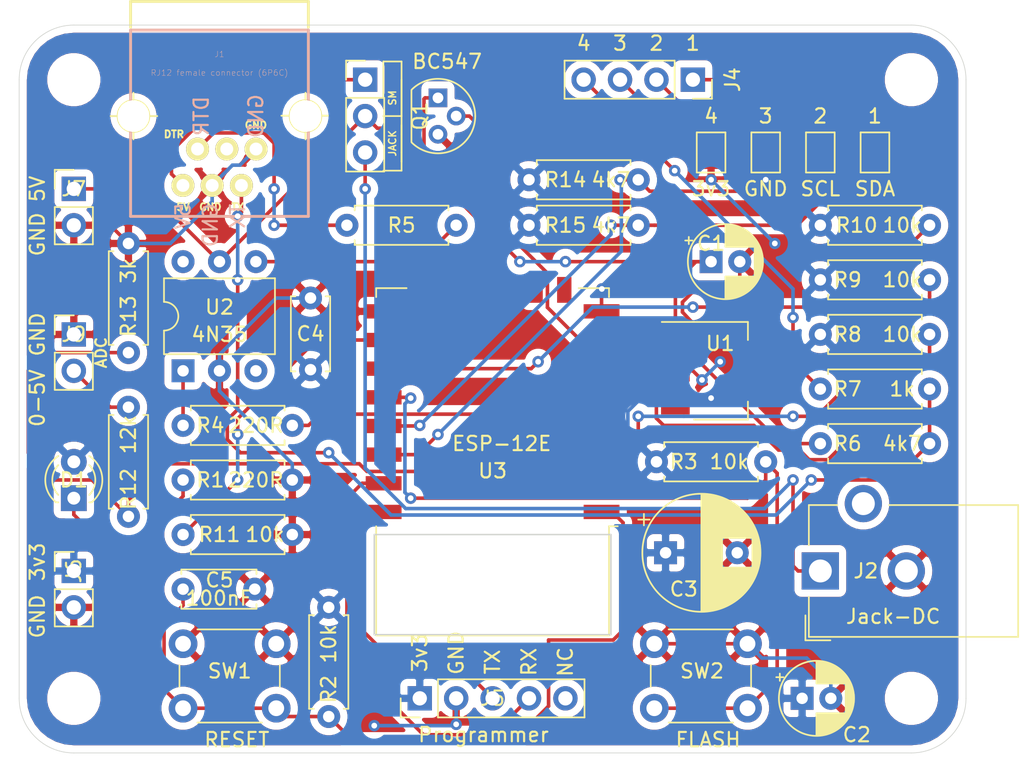
<source format=kicad_pcb>
(kicad_pcb (version 20171130) (host pcbnew "(5.1.5)-3")
  (layers (0 F.Cu signal) (31 B.Cu signal) (34 B.Paste user hide) (35 F.Paste user hide) (36 B.SilkS user) (37 F.SilkS user) (38 B.Mask user hide) (39 F.Mask user hide) (44 Edge.Cuts user hide))
  (net 0 "")
  (net 1 GND)
  (net 2 5Volt)
  (net 3 3v3)
  (net 4 RESET)
  (net 5 "Net-(D1-Pad1)")
  (net 6 5Volt_SM)
  (net 7 DTR_SM)
  (net 8 "Net-(J1-Pad4)")
  (net 9 Tx_SM)
  (net 10 "Net-(J2-Pad1)")
  (net 11 "Net-(J4-Pad1)")
  (net 12 "Net-(J4-Pad2)")
  (net 13 "Net-(J4-Pad3)")
  (net 14 "Net-(J4-Pad4)")
  (net 15 Tx_PRGM)
  (net 16 Rx_PRGM)
  (net 17 "Net-(J5-Pad5)")
  (net 18 "Net-(J9-Pad2)")
  (net 19 SCL)
  (net 20 SDA)
  (net 21 "Net-(Q1-Pad2)")
  (net 22 Rx_SM)
  (net 23 GPIO0)
  (net 24 GPIO12)
  (net 25 "Net-(R4-Pad1)")
  (net 26 "Net-(R5-Pad2)")
  (net 27 "Net-(R9-Pad2)")
  (net 28 "Net-(R10-Pad2)")
  (net 29 "Net-(R11-Pad1)")
  (net 30 ADC_1.0v)
  (net 31 "Net-(U2-Pad3)")
  (net 32 "Net-(U2-Pad6)")
  (net 33 "Net-(U3-Pad4)")
  (net 34 "Net-(U3-Pad5)")
  (net 35 "Net-(U3-Pad9)")
  (net 36 "Net-(U3-Pad10)")
  (net 37 "Net-(U3-Pad11)")
  (net 38 "Net-(U3-Pad12)")
  (net 39 "Net-(U3-Pad13)")
  (net 40 "Net-(U3-Pad14)")
  (module Capacitor_THT:CP_Radial_D8.0mm_P5.00mm (layer F.Cu) (at 155.575 109.22)
    (fp_text reference C3 (at 1.27 2.54) (layer F.SilkS))
    (fp_text value 200-1000uF)
    (pad 1 thru_hole rect (at 0 0) (size 1.6 1.6) (drill 0.8) (layers *.Cu *.Mask) (net 3 3v3))
    (pad 2 thru_hole circle (at 5 0) (size 1.6 1.6) (drill 0.8) (layers *.Cu *.Mask) (net 1 GND))
  )
  (module Button_Switch_THT:SW_PUSH_6mm_H7.3mm (layer F.Cu) (at 121.92 115.57)
    (fp_text reference SW1 (at 3.25 1.905) (layer F.SilkS))
    (fp_text value RESET (at 3.75 6.7) (layer F.SilkS))
    (pad 2 thru_hole circle (at 0 4.5 90) (size 2 2) (drill 1.1) (layers *.Cu *.Mask) (net 4 RESET))
    (pad 1 thru_hole circle (at 0 0 90) (size 2 2) (drill 1.1) (layers *.Cu *.Mask) (net 1 GND))
    (pad 2 thru_hole circle (at 6.5 4.5 90) (size 2 2) (drill 1.1) (layers *.Cu *.Mask) (net 4 RESET))
    (pad 1 thru_hole circle (at 6.5 0 90) (size 2 2) (drill 1.1) (layers *.Cu *.Mask) (net 1 GND))
  )
  (module Capacitor_THT:CP_Radial_D5.0mm_P2.00mm (layer F.Cu) (at 158.75 88.9)
    (fp_text reference C1 (at 0 -1.27) (layer F.SilkS))
    (fp_text value 1uF)
    (pad 2 thru_hole circle (at 2 0) (size 1.6 1.6) (drill 0.8) (layers *.Cu *.Mask) (net 1 GND))
    (pad 1 thru_hole rect (at 0 0) (size 1.6 1.6) (drill 0.8) (layers *.Cu *.Mask) (net 2 5Volt))
  )
  (module Capacitor_THT:CP_Radial_D5.0mm_P2.00mm (layer F.Cu) (at 165.1 119.38)
    (fp_text reference C2 (at 3.81 2.54) (layer F.SilkS))
    (fp_text value 2.2uF)
    (pad 1 thru_hole rect (at 0 0) (size 1.6 1.6) (drill 0.8) (layers *.Cu *.Mask) (net 3 3v3))
    (pad 2 thru_hole circle (at 2 0) (size 1.6 1.6) (drill 0.8) (layers *.Cu *.Mask) (net 1 GND))
  )
  (module Capacitor_THT:C_Disc_D5.0mm_W2.5mm_P5.00mm (layer F.Cu) (at 130.81 96.44 90)
    (fp_text reference C4 (at 2.5 0 180) (layer F.SilkS))
    (fp_text value 100nF)
    (pad 1 thru_hole circle (at 0 0 90) (size 1.6 1.6) (drill 0.8) (layers *.Cu *.Mask) (net 3 3v3))
    (pad 2 thru_hole circle (at 5 0 90) (size 1.6 1.6) (drill 0.8) (layers *.Cu *.Mask) (net 1 GND))
  )
  (module Capacitor_THT:C_Disc_D5.0mm_W2.5mm_P5.00mm (layer F.Cu) (at 121.92 111.76)
    (fp_text reference C5 (at 2.54 -0.635) (layer F.SilkS))
    (fp_text value 100nF (at 2.5 0.635) (layer F.SilkS))
    (pad 2 thru_hole circle (at 5 0) (size 1.6 1.6) (drill 0.8) (layers *.Cu *.Mask) (net 1 GND))
    (pad 1 thru_hole circle (at 0 0) (size 1.6 1.6) (drill 0.8) (layers *.Cu *.Mask) (net 4 RESET))
  )
  (module LED_THT:LED_D3.0mm (layer F.Cu) (at 114.3 105.41 90)
    (fp_text reference D1 (at 1.27 0 180) (layer F.SilkS))
    (fp_text value "PWR LED")
    (pad 1 thru_hole rect (at 0 0 90) (size 1.8 1.8) (drill 0.9) (layers *.Cu *.Mask) (net 5 "Net-(D1-Pad1)"))
    (pad 2 thru_hole circle (at 2.54 0 90) (size 1.8 1.8) (drill 0.9) (layers *.Cu *.Mask) (net 3 3v3))
  )
  (module Connectors-P1:RJ11-6 (layer F.Cu) (at 124.46 78.74)
    (fp_text reference J1 (at 0 -4.318) (layer B.SilkS) (effects (font (size 0.4064 0.4064) (thickness 0.0254))))
    (fp_text value "RJ12 female connector (6P6C)" (at 0 -3.0226) (layer B.SilkS) (effects (font (size 0.4064 0.4064) (thickness 0.0254))))
    (pad "" np_thru_hole circle (at 6 0) (size 2.2 2.2) (drill 2.2) (layers *.Cu *.Mask))
    (pad 1 thru_hole circle (at -2.55 4.84) (size 1.6 1.6) (drill 0.9) (layers *.Cu F.Paste F.SilkS F.Mask) (net 6 5Volt_SM))
    (pad 2 thru_hole circle (at -1.53 2.3) (size 1.6 1.6) (drill 0.9) (layers *.Cu F.Paste F.SilkS F.Mask) (net 7 DTR_SM))
    (pad 3 thru_hole circle (at -0.51 4.84) (size 1.6 1.6) (drill 0.9) (layers *.Cu F.Paste F.SilkS F.Mask) (net 1 GND))
    (pad 4 thru_hole circle (at 0.51 2.3) (size 1.6 1.6) (drill 0.9) (layers *.Cu F.Paste F.SilkS F.Mask) (net 8 "Net-(J1-Pad4)"))
    (pad 5 thru_hole circle (at 1.53 4.84) (size 1.6 1.6) (drill 0.9) (layers *.Cu F.Paste F.SilkS F.Mask) (net 9 Tx_SM))
    (pad 6 thru_hole circle (at 2.55 2.3) (size 1.6 1.6) (drill 0.9) (layers *.Cu F.Paste F.SilkS F.Mask) (net 1 GND))
    (pad "" np_thru_hole circle (at -6 0) (size 2.2 2.2) (drill 2.2) (layers *.Cu *.Mask))
  )
  (module Connector_BarrelJack:BarrelJack_CUI_PJ-102AH_Horizontal (layer F.Cu) (at 166.37 110.49 90)
    (fp_text reference J2 (at 0 3.175) (layer F.SilkS))
    (fp_text value Jack-DC (at -3.175 5.08) (layer F.SilkS))
    (pad 1 thru_hole rect (at 0 0 90) (size 2.6 2.6) (drill 1.6) (layers *.Cu *.Mask) (net 10 "Net-(J2-Pad1)"))
    (pad 2 thru_hole circle (at 0 6 90) (size 2.6 2.6) (drill 1.6) (layers *.Cu *.Mask) (net 1 GND))
    (pad 3 thru_hole circle (at 4.7 3 90) (size 2.6 2.6) (drill 1.6) (layers *.Cu *.Mask))
  )
  (module Connector_PinHeader_2.54mm:PinHeader_1x03_P2.54mm_Vertical (layer F.Cu) (at 134.62 76.2)
    (fp_text reference J3 hide)
    (fp_text value DC-or-SM-power hide)
    (pad 1 thru_hole rect (at 0 0) (size 1.7 1.7) (drill 1) (layers *.Cu *.Mask) (net 6 5Volt_SM))
    (pad 2 thru_hole oval (at 0 2.54) (size 1.7 1.7) (drill 1) (layers *.Cu *.Mask) (net 2 5Volt))
    (pad 3 thru_hole oval (at 0 5.08) (size 1.7 1.7) (drill 1) (layers *.Cu *.Mask) (net 10 "Net-(J2-Pad1)"))
  )
  (module Connector_PinHeader_2.54mm:PinHeader_1x05_P2.54mm_Vertical (layer F.Cu) (at 138.43 119.38 90)
    (fp_text reference J5 (at 0 5.08 180) (layer F.SilkS))
    (fp_text value Programmer (at -2.54 4.445 180) (layer F.SilkS))
    (pad 1 thru_hole rect (at 0 0 90) (size 1.7 1.7) (drill 1) (layers *.Cu *.Mask) (net 3 3v3))
    (pad 2 thru_hole oval (at 0 2.54 90) (size 1.7 1.7) (drill 1) (layers *.Cu *.Mask) (net 1 GND))
    (pad 3 thru_hole oval (at 0 5.08 90) (size 1.7 1.7) (drill 1) (layers *.Cu *.Mask) (net 15 Tx_PRGM))
    (pad 4 thru_hole oval (at 0 7.62 90) (size 1.7 1.7) (drill 1) (layers *.Cu *.Mask) (net 16 Rx_PRGM))
    (pad 5 thru_hole oval (at 0 10.16 90) (size 1.7 1.7) (drill 1) (layers *.Cu *.Mask) (net 17 "Net-(J5-Pad5)"))
  )
  (module Connector_PinHeader_2.54mm:PinHeader_1x02_P2.54mm_Vertical (layer F.Cu) (at 114.3 110.49)
    (fp_text reference J6 (at 0 0 90) (layer F.SilkS))
    (fp_text value "Test 3v3")
    (pad 2 thru_hole oval (at 0 2.54) (size 1.7 1.7) (drill 1) (layers *.Cu *.Mask) (net 1 GND))
    (pad 1 thru_hole rect (at 0 0) (size 1.7 1.7) (drill 1) (layers *.Cu *.Mask) (net 3 3v3))
  )
  (module Connector_PinHeader_2.54mm:PinHeader_1x02_P2.54mm_Vertical (layer F.Cu) (at 114.3 83.82)
    (fp_text reference J7 (at 0 0) (layer F.SilkS))
    (fp_text value "Test 5volt")
    (pad 1 thru_hole rect (at 0 0) (size 1.7 1.7) (drill 1) (layers *.Cu *.Mask) (net 2 5Volt))
    (pad 2 thru_hole oval (at 0 2.54) (size 1.7 1.7) (drill 1) (layers *.Cu *.Mask) (net 1 GND))
  )
  (module Connector_PinHeader_2.54mm:PinHeader_1x02_P2.54mm_Vertical (layer F.Cu) (at 114.3 93.98)
    (fp_text reference J9 (at 0 0) (layer F.SilkS))
    (fp_text value "ADC 0-5v")
    (pad 1 thru_hole rect (at 0 0) (size 1.7 1.7) (drill 1) (layers *.Cu *.Mask) (net 1 GND))
    (pad 2 thru_hole oval (at 0 2.54) (size 1.7 1.7) (drill 1) (layers *.Cu *.Mask) (net 18 "Net-(J9-Pad2)"))
  )
  (module Jumper:SolderJumper-2_P1.3mm_Bridged_Pad1.0x1.5mm (layer F.Cu) (at 158.75 81.28 90)
    (fp_text reference JP1 hide)
    (fp_text value 3v3 (at -2.54 0 180) (layer F.SilkS))
    (fp_poly (pts (xy -0.25 -0.3) (xy 0.25 -0.3) (xy 0.25 0.3) (xy -0.25 0.3)) (layer F.Cu) (width 0))
    (pad 2 smd rect (at 0.65 0 90) (size 1 1.5) (layers F.Cu F.Mask) (net 14 "Net-(J4-Pad4)"))
    (pad 1 smd rect (at -0.65 0 90) (size 1 1.5) (layers F.Cu F.Mask) (net 1 GND))
  )
  (module Jumper:SolderJumper-2_P1.3mm_Bridged_Pad1.0x1.5mm (layer F.Cu) (at 162.56 81.28 90)
    (fp_text reference JP2 hide)
    (fp_text value GND (at -2.54 0 180) (layer F.SilkS))
    (fp_poly (pts (xy -0.25 -0.3) (xy 0.25 -0.3) (xy 0.25 0.3) (xy -0.25 0.3)) (layer F.Cu) (width 0))
    (pad 1 smd rect (at -0.65 0 90) (size 1 1.5) (layers F.Cu F.Mask) (net 3 3v3))
    (pad 2 smd rect (at 0.65 0 90) (size 1 1.5) (layers F.Cu F.Mask) (net 13 "Net-(J4-Pad3)"))
  )
  (module Jumper:SolderJumper-2_P1.3mm_Bridged_Pad1.0x1.5mm (layer F.Cu) (at 166.37 81.28 90)
    (fp_text reference JP3 hide)
    (fp_text value SCL (at -2.54 0 180) (layer F.SilkS))
    (fp_poly (pts (xy -0.25 -0.3) (xy 0.25 -0.3) (xy 0.25 0.3) (xy -0.25 0.3)) (layer F.Cu) (width 0))
    (pad 2 smd rect (at 0.65 0 90) (size 1 1.5) (layers F.Cu F.Mask) (net 12 "Net-(J4-Pad2)"))
    (pad 1 smd rect (at -0.65 0 90) (size 1 1.5) (layers F.Cu F.Mask) (net 19 SCL))
  )
  (module Jumper:SolderJumper-2_P1.3mm_Bridged_Pad1.0x1.5mm (layer F.Cu) (at 170.18 81.28 90)
    (fp_text reference JP4 hide)
    (fp_text value SDA (at -2.54 0 180) (layer F.SilkS))
    (fp_poly (pts (xy -0.25 -0.3) (xy 0.25 -0.3) (xy 0.25 0.3) (xy -0.25 0.3)) (layer F.Cu) (width 0))
    (pad 1 smd rect (at -0.65 0 90) (size 1 1.5) (layers F.Cu F.Mask) (net 20 SDA))
    (pad 2 smd rect (at 0.65 0 90) (size 1 1.5) (layers F.Cu F.Mask) (net 11 "Net-(J4-Pad1)"))
  )
  (module MountingHole:MountingHole_2.7mm_M2.5_DIN965 (layer F.Cu) (at 172.72 76.2)
    (fp_text reference MH1 hide)
    (fp_text value MountingHole)
    (pad 1 np_thru_hole circle (at 0 0) (size 2.7 2.7) (drill 2.7) (layers *.Cu *.Mask))
  )
  (module MountingHole:MountingHole_2.7mm_M2.5_DIN965 (layer F.Cu) (at 114.3 119.38)
    (fp_text reference MH2 hide)
    (fp_text value MountingHole)
    (pad 1 np_thru_hole circle (at 0 0) (size 2.7 2.7) (drill 2.7) (layers *.Cu *.Mask))
  )
  (module MountingHole:MountingHole_2.7mm_M2.5_DIN965 (layer F.Cu) (at 114.3 76.2)
    (fp_text reference MH3 hide)
    (fp_text value MountingHole)
    (pad 1 np_thru_hole circle (at 0 0) (size 2.7 2.7) (drill 2.7) (layers *.Cu *.Mask))
  )
  (module MountingHole:MountingHole_2.7mm_M2.5_DIN965 (layer F.Cu) (at 172.72 119.38)
    (fp_text reference MH4 hide)
    (fp_text value MountingHole)
    (pad 1 np_thru_hole circle (at 0 0) (size 2.7 2.7) (drill 2.7) (layers *.Cu *.Mask))
  )
  (module Package_TO_SOT_THT:TO-92 (layer F.Cu) (at 139.7 77.47 270)
    (fp_text reference Q1 (at 1.27 1.27 270) (layer F.SilkS))
    (fp_text value BC547 (at -2.54 -0.635 180) (layer F.SilkS))
    (pad 2 thru_hole circle (at 1.27 -1.27) (size 1.3 1.3) (drill 0.75) (layers *.Cu *.Mask) (net 21 "Net-(Q1-Pad2)"))
    (pad 3 thru_hole circle (at 2.54 0) (size 1.3 1.3) (drill 0.75) (layers *.Cu *.Mask) (net 1 GND))
    (pad 1 thru_hole rect (at 0 0) (size 1.3 1.3) (drill 0.75) (layers *.Cu *.Mask) (net 22 Rx_SM))
  )
  (module Resistor_THT:R_Axial_DIN0207_L6.3mm_D2.5mm_P7.62mm_Horizontal (layer F.Cu) (at 121.92 104.14)
    (fp_text reference R1 (at 1.905 0) (layer F.SilkS))
    (fp_text value 220R (at 5.08 0) (layer F.SilkS))
    (pad 1 thru_hole circle (at 0 0) (size 1.6 1.6) (drill 0.8) (layers *.Cu *.Mask) (net 5 "Net-(D1-Pad1)"))
    (pad 2 thru_hole oval (at 7.62 0) (size 1.6 1.6) (drill 0.8) (layers *.Cu *.Mask) (net 1 GND))
  )
  (module Resistor_THT:R_Axial_DIN0207_L6.3mm_D2.5mm_P7.62mm_Horizontal (layer F.Cu) (at 132.08 113.03 270)
    (fp_text reference R2 (at 5.715 0 90) (layer F.SilkS))
    (fp_text value 10k (at 2.54 0 90) (layer F.SilkS))
    (pad 2 thru_hole oval (at 7.62 0 270) (size 1.6 1.6) (drill 0.8) (layers *.Cu *.Mask) (net 4 RESET))
    (pad 1 thru_hole circle (at 0 0 270) (size 1.6 1.6) (drill 0.8) (layers *.Cu *.Mask) (net 3 3v3))
  )
  (module Resistor_THT:R_Axial_DIN0207_L6.3mm_D2.5mm_P7.62mm_Horizontal (layer F.Cu) (at 154.94 102.87)
    (fp_text reference R3 (at 1.905 0) (layer F.SilkS))
    (fp_text value 10k (at 5.08 0) (layer F.SilkS))
    (pad 1 thru_hole circle (at 0 0) (size 1.6 1.6) (drill 0.8) (layers *.Cu *.Mask) (net 3 3v3))
    (pad 2 thru_hole oval (at 7.62 0) (size 1.6 1.6) (drill 0.8) (layers *.Cu *.Mask) (net 23 GPIO0))
  )
  (module Resistor_THT:R_Axial_DIN0207_L6.3mm_D2.5mm_P7.62mm_Horizontal (layer F.Cu) (at 121.92 100.33)
    (fp_text reference R4 (at 1.905 0) (layer F.SilkS))
    (fp_text value 220R (at 5.08 0) (layer F.SilkS))
    (pad 2 thru_hole oval (at 7.62 0) (size 1.6 1.6) (drill 0.8) (layers *.Cu *.Mask) (net 24 GPIO12))
    (pad 1 thru_hole circle (at 0 0) (size 1.6 1.6) (drill 0.8) (layers *.Cu *.Mask) (net 25 "Net-(R4-Pad1)"))
  )
  (module Resistor_THT:R_Axial_DIN0207_L6.3mm_D2.5mm_P7.62mm_Horizontal (layer F.Cu) (at 133.35 86.36)
    (fp_text reference R5 (at 3.81 0) (layer F.SilkS))
    (fp_text value 10R)
    (pad 2 thru_hole oval (at 7.62 0) (size 1.6 1.6) (drill 0.8) (layers *.Cu *.Mask) (net 26 "Net-(R5-Pad2)"))
    (pad 1 thru_hole circle (at 0 0) (size 1.6 1.6) (drill 0.8) (layers *.Cu *.Mask) (net 7 DTR_SM))
  )
  (module Resistor_THT:R_Axial_DIN0207_L6.3mm_D2.5mm_P7.62mm_Horizontal (layer F.Cu) (at 166.37 101.6)
    (fp_text reference R6 (at 1.905 0) (layer F.SilkS))
    (fp_text value 4k7 (at 5.715 0) (layer F.SilkS))
    (pad 1 thru_hole circle (at 0 0) (size 1.6 1.6) (drill 0.8) (layers *.Cu *.Mask) (net 2 5Volt))
    (pad 2 thru_hole oval (at 7.62 0) (size 1.6 1.6) (drill 0.8) (layers *.Cu *.Mask) (net 9 Tx_SM))
  )
  (module Resistor_THT:R_Axial_DIN0207_L6.3mm_D2.5mm_P7.62mm_Horizontal (layer F.Cu) (at 166.37 97.79)
    (fp_text reference R7 (at 1.905 0) (layer F.SilkS))
    (fp_text value 1k (at 5.715 0) (layer F.SilkS))
    (pad 1 thru_hole circle (at 0 0) (size 1.6 1.6) (drill 0.8) (layers *.Cu *.Mask) (net 21 "Net-(Q1-Pad2)"))
    (pad 2 thru_hole oval (at 7.62 0) (size 1.6 1.6) (drill 0.8) (layers *.Cu *.Mask) (net 9 Tx_SM))
  )
  (module Resistor_THT:R_Axial_DIN0207_L6.3mm_D2.5mm_P7.62mm_Horizontal (layer F.Cu) (at 166.37 93.98)
    (fp_text reference R8 (at 1.905 0) (layer F.SilkS))
    (fp_text value 10k (at 5.715 0) (layer F.SilkS))
    (pad 2 thru_hole oval (at 7.62 0) (size 1.6 1.6) (drill 0.8) (layers *.Cu *.Mask) (net 22 Rx_SM))
    (pad 1 thru_hole circle (at 0 0) (size 1.6 1.6) (drill 0.8) (layers *.Cu *.Mask) (net 3 3v3))
  )
  (module Resistor_THT:R_Axial_DIN0207_L6.3mm_D2.5mm_P7.62mm_Horizontal (layer F.Cu) (at 166.37 90.17)
    (fp_text reference R9 (at 1.905 0) (layer F.SilkS))
    (fp_text value 10k (at 5.715 0) (layer F.SilkS))
    (pad 1 thru_hole circle (at 0 0) (size 1.6 1.6) (drill 0.8) (layers *.Cu *.Mask) (net 3 3v3))
    (pad 2 thru_hole oval (at 7.62 0) (size 1.6 1.6) (drill 0.8) (layers *.Cu *.Mask) (net 27 "Net-(R9-Pad2)"))
  )
  (module Resistor_THT:R_Axial_DIN0207_L6.3mm_D2.5mm_P7.62mm_Horizontal (layer F.Cu) (at 166.37 86.36)
    (fp_text reference R10 (at 2.54 0) (layer F.SilkS))
    (fp_text value 10k (at 5.715 0) (layer F.SilkS))
    (pad 2 thru_hole oval (at 7.62 0) (size 1.6 1.6) (drill 0.8) (layers *.Cu *.Mask) (net 28 "Net-(R10-Pad2)"))
    (pad 1 thru_hole circle (at 0 0) (size 1.6 1.6) (drill 0.8) (layers *.Cu *.Mask) (net 3 3v3))
  )
  (module Resistor_THT:R_Axial_DIN0207_L6.3mm_D2.5mm_P7.62mm_Horizontal (layer F.Cu) (at 121.92 107.95)
    (fp_text reference R11 (at 2.54 0) (layer F.SilkS))
    (fp_text value 10k (at 5.715 0) (layer F.SilkS))
    (pad 1 thru_hole circle (at 0 0) (size 1.6 1.6) (drill 0.8) (layers *.Cu *.Mask) (net 29 "Net-(R11-Pad1)"))
    (pad 2 thru_hole oval (at 7.62 0) (size 1.6 1.6) (drill 0.8) (layers *.Cu *.Mask) (net 1 GND))
  )
  (module Resistor_THT:R_Axial_DIN0207_L6.3mm_D2.5mm_P7.62mm_Horizontal (layer F.Cu) (at 118.11 99.06 270)
    (fp_text reference R12 (at 5.715 0 90) (layer F.SilkS))
    (fp_text value 12k (at 1.905 0 90) (layer F.SilkS))
    (pad 1 thru_hole circle (at 0 0 270) (size 1.6 1.6) (drill 0.8) (layers *.Cu *.Mask) (net 18 "Net-(J9-Pad2)"))
    (pad 2 thru_hole oval (at 7.62 0 270) (size 1.6 1.6) (drill 0.8) (layers *.Cu *.Mask) (net 30 ADC_1.0v))
  )
  (module Resistor_THT:R_Axial_DIN0207_L6.3mm_D2.5mm_P7.62mm_Horizontal (layer F.Cu) (at 118.11 95.25 90)
    (fp_text reference R13 (at 2.54 0 90) (layer F.SilkS))
    (fp_text value 3k (at 5.715 0 90) (layer F.SilkS))
    (pad 2 thru_hole oval (at 7.62 0 90) (size 1.6 1.6) (drill 0.8) (layers *.Cu *.Mask) (net 1 GND))
    (pad 1 thru_hole circle (at 0 0 90) (size 1.6 1.6) (drill 0.8) (layers *.Cu *.Mask) (net 30 ADC_1.0v))
  )
  (module Resistor_THT:R_Axial_DIN0207_L6.3mm_D2.5mm_P7.62mm_Horizontal (layer F.Cu) (at 146.05 83.185)
    (fp_text reference R14 (at 2.54 0) (layer F.SilkS))
    (fp_text value 4k7 (at 5.715 0) (layer F.SilkS))
    (pad 2 thru_hole oval (at 7.62 0) (size 1.6 1.6) (drill 0.8) (layers *.Cu *.Mask) (net 19 SCL))
    (pad 1 thru_hole circle (at 0 0) (size 1.6 1.6) (drill 0.8) (layers *.Cu *.Mask) (net 3 3v3))
  )
  (module Resistor_THT:R_Axial_DIN0207_L6.3mm_D2.5mm_P7.62mm_Horizontal (layer F.Cu) (at 146.05 86.36)
    (fp_text reference R15 (at 2.54 0) (layer F.SilkS))
    (fp_text value 4k7 (at 5.715 0) (layer F.SilkS))
    (pad 1 thru_hole circle (at 0 0) (size 1.6 1.6) (drill 0.8) (layers *.Cu *.Mask) (net 3 3v3))
    (pad 2 thru_hole oval (at 7.62 0) (size 1.6 1.6) (drill 0.8) (layers *.Cu *.Mask) (net 20 SDA))
  )
  (module Button_Switch_THT:SW_PUSH_6mm_H13mm (layer F.Cu) (at 154.79 115.57)
    (fp_text reference SW2 (at 3.325 1.905) (layer F.SilkS))
    (fp_text value FLASH (at 3.75 6.7) (layer F.SilkS))
    (pad 2 thru_hole circle (at 0 4.5 90) (size 2 2) (drill 1.1) (layers *.Cu *.Mask) (net 23 GPIO0))
    (pad 1 thru_hole circle (at 0 0 90) (size 2 2) (drill 1.1) (layers *.Cu *.Mask) (net 1 GND))
    (pad 2 thru_hole circle (at 6.5 4.5 90) (size 2 2) (drill 1.1) (layers *.Cu *.Mask) (net 23 GPIO0))
    (pad 1 thru_hole circle (at 6.5 0 90) (size 2 2) (drill 1.1) (layers *.Cu *.Mask) (net 1 GND))
  )
  (module Package_TO_SOT_SMD:SOT-223-3_TabPin2 (layer F.Cu) (at 159.41 96.52)
    (fp_text reference U1 (at -0.025 -1.905) (layer F.SilkS))
    (fp_text value LM2937xMP)
    (pad 2 smd rect (at 3.15 0) (size 2 3.8) (layers F.Cu F.Paste F.Mask) (net 1 GND))
    (pad 2 smd rect (at -3.15 0) (size 2 1.5) (layers F.Cu F.Paste F.Mask) (net 1 GND))
    (pad 3 smd rect (at -3.15 2.3) (size 2 1.5) (layers F.Cu F.Paste F.Mask) (net 3 3v3))
    (pad 1 smd rect (at -3.15 -2.3) (size 2 1.5) (layers F.Cu F.Paste F.Mask) (net 2 5Volt))
  )
  (module Package_DIP:DIP-6_W7.62mm (layer F.Cu) (at 121.92 96.52 90)
    (fp_text reference U2 (at 4.445 2.54 180) (layer F.SilkS))
    (fp_text value 4N35 (at 2.54 2.54 180) (layer F.SilkS))
    (pad 1 thru_hole rect (at 0 0 90) (size 1.6 1.6) (drill 0.8) (layers *.Cu *.Mask) (net 25 "Net-(R4-Pad1)"))
    (pad 4 thru_hole oval (at 7.62 5.08 90) (size 1.6 1.6) (drill 0.8) (layers *.Cu *.Mask) (net 26 "Net-(R5-Pad2)"))
    (pad 2 thru_hole oval (at 0 2.54 90) (size 1.6 1.6) (drill 0.8) (layers *.Cu *.Mask) (net 1 GND))
    (pad 5 thru_hole oval (at 7.62 2.54 90) (size 1.6 1.6) (drill 0.8) (layers *.Cu *.Mask) (net 2 5Volt))
    (pad 3 thru_hole oval (at 0 5.08 90) (size 1.6 1.6) (drill 0.8) (layers *.Cu *.Mask) (net 31 "Net-(U2-Pad3)"))
    (pad 6 thru_hole oval (at 7.62 0 90) (size 1.6 1.6) (drill 0.8) (layers *.Cu *.Mask) (net 32 "Net-(U2-Pad6)"))
  )
  (module RF_Module:ESP-12E (layer F.Cu) (at 143.51 102.87 180)
    (fp_text reference U3 (at 0 -0.635) (layer F.SilkS))
    (fp_text value ESP-12E (at -0.635 1.27) (layer F.SilkS))
    (pad 1 smd rect (at -7.6 -3.5 180) (size 2.5 1) (layers F.Cu F.Paste F.Mask) (net 4 RESET))
    (pad 2 smd rect (at -7.6 -1.5 180) (size 2.5 1) (layers F.Cu F.Paste F.Mask) (net 30 ADC_1.0v))
    (pad 3 smd rect (at -7.6 0.5 180) (size 2.5 1) (layers F.Cu F.Paste F.Mask) (net 27 "Net-(R9-Pad2)"))
    (pad 4 smd rect (at -7.6 2.5 180) (size 2.5 1) (layers F.Cu F.Paste F.Mask) (net 33 "Net-(U3-Pad4)"))
    (pad 5 smd rect (at -7.6 4.5 180) (size 2.5 1) (layers F.Cu F.Paste F.Mask) (net 34 "Net-(U3-Pad5)"))
    (pad 6 smd rect (at -7.6 6.5 180) (size 2.5 1) (layers F.Cu F.Paste F.Mask) (net 24 GPIO12))
    (pad 7 smd rect (at -7.6 8.5 180) (size 2.5 1) (layers F.Cu F.Paste F.Mask) (net 22 Rx_SM))
    (pad 8 smd rect (at -7.6 10.5 180) (size 2.5 1) (layers F.Cu F.Paste F.Mask) (net 3 3v3))
    (pad 9 smd rect (at -5 12 180) (size 1 1.8) (layers F.Cu F.Paste F.Mask) (net 35 "Net-(U3-Pad9)"))
    (pad 10 smd rect (at -3 12 180) (size 1 1.8) (layers F.Cu F.Paste F.Mask) (net 36 "Net-(U3-Pad10)"))
    (pad 11 smd rect (at -1 12 180) (size 1 1.8) (layers F.Cu F.Paste F.Mask) (net 37 "Net-(U3-Pad11)"))
    (pad 12 smd rect (at 1 12 180) (size 1 1.8) (layers F.Cu F.Paste F.Mask) (net 38 "Net-(U3-Pad12)"))
    (pad 13 smd rect (at 3 12 180) (size 1 1.8) (layers F.Cu F.Paste F.Mask) (net 39 "Net-(U3-Pad13)"))
    (pad 14 smd rect (at 5 12 180) (size 1 1.8) (layers F.Cu F.Paste F.Mask) (net 40 "Net-(U3-Pad14)"))
    (pad 15 smd rect (at 7.6 10.5 180) (size 2.5 1) (layers F.Cu F.Paste F.Mask) (net 1 GND))
    (pad 16 smd rect (at 7.6 8.5 180) (size 2.5 1) (layers F.Cu F.Paste F.Mask) (net 29 "Net-(R11-Pad1)"))
    (pad 17 smd rect (at 7.6 6.5 180) (size 2.5 1) (layers F.Cu F.Paste F.Mask) (net 28 "Net-(R10-Pad2)"))
    (pad 18 smd rect (at 7.6 4.5 180) (size 2.5 1) (layers F.Cu F.Paste F.Mask) (net 23 GPIO0))
    (pad 19 smd rect (at 7.6 2.5 180) (size 2.5 1) (layers F.Cu F.Paste F.Mask) (net 20 SDA))
    (pad 20 smd rect (at 7.6 0.5 180) (size 2.5 1) (layers F.Cu F.Paste F.Mask) (net 19 SCL))
    (pad 21 smd rect (at 7.6 -1.5 180) (size 2.5 1) (layers F.Cu F.Paste F.Mask) (net 16 Rx_PRGM))
    (pad 22 smd rect (at 7.6 -3.5 180) (size 2.5 1) (layers F.Cu F.Paste F.Mask) (net 15 Tx_PRGM))
  )
  (module Connector_PinSocket_2.54mm:PinSocket_1x04_P2.54mm_Vertical (layer F.Cu) (at 157.48 76.2 270)
    (fp_text reference J4 (at 0 -2.77 90) (layer F.SilkS))
    (fp_text value "I2C conn")
    (pad 1 thru_hole rect (at 0 0 270) (size 1.7 1.7) (drill 1) (layers *.Cu *.Mask) (net 11 "Net-(J4-Pad1)"))
    (pad 2 thru_hole oval (at 0 2.54 270) (size 1.7 1.7) (drill 1) (layers *.Cu *.Mask) (net 12 "Net-(J4-Pad2)"))
    (pad 3 thru_hole oval (at 0 5.08 270) (size 1.7 1.7) (drill 1) (layers *.Cu *.Mask) (net 13 "Net-(J4-Pad3)"))
    (pad 4 thru_hole oval (at 0 7.62 270) (size 1.7 1.7) (drill 1) (layers *.Cu *.Mask) (net 14 "Net-(J4-Pad4)"))
  )
  (gr_text ADC (at 116.205 95.25 90) (layer F.SilkS) (effects (font (size 0.75 0.75))))
  (gr_text GND (at 127 79.375) (layer F.SilkS) (effects (font (size 0.5 0.5) (thickness 0.125))))
  (gr_text GND (at 127 78.74 90) (layer B.SilkS) (effects (font (size 1 1)) (justify mirror)))
  (gr_text TX (at 125.73 85.725 90) (layer B.SilkS) (effects (font (size 1 1)) (justify mirror)))
  (gr_text GND (at 123.825 86.36 90) (layer B.SilkS) (effects (font (size 1 1)) (justify mirror)))
  (gr_text 5V (at 121.92 85.725 90) (layer B.SilkS) (effects (font (size 1 1)) (justify mirror)))
  (gr_text DTR (at 123.19 78.74 90) (layer B.SilkS) (effects (font (size 1 1)) (justify mirror)))
  (gr_text DTR (at 121.285 80.01) (layer F.SilkS) (effects (font (size 0.5 0.5) (thickness 0.125))))
  (gr_text GND (at 123.825 85.09) (layer F.SilkS) (effects (font (size 0.5 0.5) (thickness 0.125))))
  (gr_text TX (at 125.73 85.09) (layer F.SilkS) (effects (font (size 0.5 0.5) (thickness 0.125))))
  (gr_text 5V (at 121.92 85.09) (layer F.SilkS) (effects (font (size 0.5 0.5) (thickness 0.125))))
  (gr_line (start 135.89 74.93) (end 135.89 77.47) (layer F.SilkS) (width 0.12))
  (gr_line (start 137.16 82.55) (end 135.89 82.55) (layer F.SilkS) (width 0.12))
  (gr_line (start 137.16 81.915) (end 137.16 82.55) (layer F.SilkS) (width 0.12))
  (gr_line (start 137.16 80.01) (end 137.16 81.915) (layer F.SilkS) (width 0.12))
  (gr_line (start 137.16 78.74) (end 137.16 80.01) (layer F.SilkS) (width 0.12))
  (gr_line (start 137.16 78.74) (end 135.89 78.74) (layer F.SilkS) (width 0.12))
  (gr_line (start 137.16 74.93) (end 137.16 78.74) (layer F.SilkS) (width 0.12))
  (gr_line (start 135.89 74.93) (end 137.16 74.93) (layer F.SilkS) (width 0.12))
  (gr_line (start 137.16 81.28) (end 137.16 81.915) (layer F.SilkS) (width 0.12))
  (gr_line (start 137.16 79.375) (end 137.16 81.28) (layer F.SilkS) (width 0.12))
  (gr_line (start 137.16 78.74) (end 137.16 76.2) (layer F.SilkS) (width 0.12))
  (gr_text SM (at 136.525 77.47 90) (layer F.SilkS) (effects (font (size 0.5 0.5) (thickness 0.1))))
  (gr_text JACK (at 136.525 80.645 90) (layer F.SilkS) (effects (font (size 0.5 0.5) (thickness 0.1))))
  (gr_text NC (at 148.59 116.84 90) (layer F.SilkS) (effects (font (size 1 1))))
  (gr_text RX (at 146.05 116.84 90) (layer F.SilkS) (effects (font (size 1 1))))
  (gr_text TX (at 143.51 116.84 90) (layer F.SilkS) (effects (font (size 1 1))))
  (gr_text GND (at 140.97 116.205 90) (layer F.SilkS) (effects (font (size 1 1))))
  (gr_text 3v3 (at 138.43 116.205 90) (layer F.SilkS) (effects (font (size 1 1))))
  (gr_text GND (at 111.76 86.995 90) (layer F.SilkS) (effects (font (size 1 1))))
  (gr_text 5V (at 111.76 83.82 90) (layer F.SilkS) (effects (font (size 1 1))))
  (gr_text 0-5V (at 111.76 98.425 90) (layer F.SilkS) (effects (font (size 1 1))))
  (gr_text GND (at 111.76 93.98 90) (layer F.SilkS) (effects (font (size 1 1))))
  (gr_text GND (at 111.76 113.665 90) (layer F.SilkS) (effects (font (size 1 1))))
  (gr_text 3v3 (at 111.76 109.855 90) (layer F.SilkS) (effects (font (size 1 1))))
  (gr_text 4 (at 149.86 73.66) (layer F.SilkS) (effects (font (size 1 1))))
  (gr_text 3 (at 152.4 73.66) (layer F.SilkS) (effects (font (size 1 1))))
  (gr_text 2 (at 154.94 73.66) (layer F.SilkS) (effects (font (size 1 1))))
  (gr_text 1 (at 157.48 73.66) (layer F.SilkS) (effects (font (size 1 1))))
  (gr_text 1 (at 170.18 78.74) (layer F.SilkS) (effects (font (size 1 1))))
  (gr_text 2 (at 166.37 78.74) (layer F.SilkS) (effects (font (size 1 1))))
  (gr_text 3 (at 162.56 78.74) (layer F.SilkS) (effects (font (size 1 1))))
  (gr_text 4 (at 158.75 78.74) (layer F.SilkS) (effects (font (size 1 1))))
  (gr_line (start 151.765 107.95) (end 151.765 114.935) (layer Edge.Cuts) (width 0.1))
  (gr_line (start 135.255 107.95) (end 151.765 107.95) (layer Edge.Cuts) (width 0.1))
  (gr_line (start 135.255 114.935) (end 135.255 107.95) (layer Edge.Cuts) (width 0.1))
  (gr_line (start 151.765 114.935) (end 135.255 114.935) (layer Edge.Cuts) (width 0.1))
  (gr_line (start 172.72 123.19) (end 114.3 123.19) (layer Edge.Cuts) (width 0.05))
  (gr_line (start 176.53 76.2) (end 176.53 119.38) (layer Edge.Cuts) (width 0.05))
  (gr_line (start 114.3 72.39) (end 172.72 72.39) (layer Edge.Cuts) (width 0.05))
  (gr_line (start 110.49 119.38) (end 110.49 76.2) (layer Edge.Cuts) (width 0.05))
  (gr_arc (start 172.72 76.2) (end 176.53 76.2) (angle -90) (layer Edge.Cuts) (width 0.05))
  (gr_arc (start 114.3 76.2) (end 114.3 72.39) (angle -90) (layer Edge.Cuts) (width 0.05))
  (gr_arc (start 114.3 119.38) (end 110.49 119.38) (angle -90) (layer Edge.Cuts) (width 0.05))
  (gr_arc (start 172.72 119.38) (end 172.72 123.19) (angle -90) (layer Edge.Cuts) (width 0.05))
  (segment (start 116.84 86.36) (end 118.11 87.63) (width 0.25) (layer F.Cu) (net 1))
  (segment (start 114.3 86.36) (end 116.84 86.36) (width 0.25) (layer F.Cu) (net 1))
  (segment (start 158.75 81.93) (end 158.75 83.185) (width 0.25) (layer F.Cu) (net 1))
  (segment (start 129.419999 116.569999) (end 130.539999 116.569999) (width 0.25) (layer F.Cu) (net 1))
  (segment (start 128.42 115.57) (end 129.419999 116.569999) (width 0.25) (layer F.Cu) (net 1))
  (via (at 135.255 121.285) (size 0.8) (drill 0.4) (layers F.Cu B.Cu) (net 1))
  (segment (start 130.539999 116.569999) (end 135.255 121.285) (width 0.25) (layer F.Cu) (net 1))
  (segment (start 135.255 121.285) (end 140.97 121.285) (width 0.25) (layer B.Cu) (net 1))
  (via (at 140.97 121.195) (size 0.8) (drill 0.4) (layers F.Cu B.Cu) (net 1))
  (segment (start 140.97 121.285) (end 140.97 121.195) (width 0.25) (layer B.Cu) (net 1))
  (segment (start 140.97 121.195) (end 140.97 119.38) (width 0.25) (layer B.Cu) (net 1))
  (segment (start 124.46 97.92863) (end 124.46 97.65137) (width 0.25) (layer B.Cu) (net 1))
  (segment (start 124.46 97.65137) (end 124.46 96.52) (width 0.25) (layer B.Cu) (net 1))
  (segment (start 129.54 103.00863) (end 124.46 97.92863) (width 0.25) (layer B.Cu) (net 1))
  (segment (start 129.54 104.14) (end 129.54 103.00863) (width 0.25) (layer B.Cu) (net 1))
  (segment (start 129.67863 91.44) (end 130.81 91.44) (width 0.25) (layer B.Cu) (net 1))
  (segment (start 124.46 95.38863) (end 128.40863 91.44) (width 0.25) (layer B.Cu) (net 1))
  (segment (start 128.40863 91.44) (end 129.67863 91.44) (width 0.25) (layer B.Cu) (net 1))
  (segment (start 124.46 96.52) (end 124.46 95.38863) (width 0.25) (layer B.Cu) (net 1))
  (segment (start 160.851998 96.52) (end 161.31 96.52) (width 0.25) (layer F.Cu) (net 1))
  (segment (start 161.31 96.52) (end 162.56 96.52) (width 0.25) (layer F.Cu) (net 1))
  (segment (start 156.754999 91.726999) (end 156.754999 92.423001) (width 0.25) (layer F.Cu) (net 1))
  (segment (start 159.88137 90.9) (end 157.581998 90.9) (width 0.25) (layer F.Cu) (net 1))
  (segment (start 160.75 90.03137) (end 159.88137 90.9) (width 0.25) (layer F.Cu) (net 1))
  (segment (start 157.581998 90.9) (end 156.754999 91.726999) (width 0.25) (layer F.Cu) (net 1))
  (segment (start 160.75 88.9) (end 160.75 90.03137) (width 0.25) (layer F.Cu) (net 1))
  (segment (start 156.26 96.52) (end 157.48 96.52) (width 0.25) (layer F.Cu) (net 1))
  (via (at 158.115 97.155) (size 0.8) (drill 0.4) (layers F.Cu B.Cu) (net 1))
  (segment (start 157.48 96.52) (end 158.115 97.155) (width 0.25) (layer F.Cu) (net 1))
  (via (at 159.385 95.885) (size 0.8) (drill 0.4) (layers F.Cu B.Cu) (net 1))
  (segment (start 158.115 97.155) (end 159.385 95.885) (width 0.25) (layer B.Cu) (net 1))
  (segment (start 159.385 95.885) (end 159.385 95.25) (width 0.25) (layer F.Cu) (net 1))
  (segment (start 156.754999 92.423001) (end 159.385 95.25) (width 0.25) (layer F.Cu) (net 1))
  (segment (start 159.385 95.25) (end 160.851998 96.52) (width 0.25) (layer F.Cu) (net 1))
  (segment (start 123.95 84.71137) (end 121.03137 87.63) (width 0.25) (layer B.Cu) (net 1))
  (segment (start 119.24137 87.63) (end 118.11 87.63) (width 0.25) (layer B.Cu) (net 1))
  (segment (start 121.03137 87.63) (end 119.24137 87.63) (width 0.25) (layer B.Cu) (net 1))
  (segment (start 123.95 83.58) (end 123.95 84.71137) (width 0.25) (layer B.Cu) (net 1))
  (segment (start 124.749999 82.780001) (end 123.95 83.58) (width 0.25) (layer B.Cu) (net 1))
  (segment (start 125.364999 82.165001) (end 124.749999 82.780001) (width 0.25) (layer B.Cu) (net 1))
  (segment (start 125.884999 82.165001) (end 125.364999 82.165001) (width 0.25) (layer B.Cu) (net 1))
  (segment (start 127.01 81.04) (end 125.884999 82.165001) (width 0.25) (layer B.Cu) (net 1))
  (via (at 158.75 83.185) (size 0.8) (drill 0.4) (layers F.Cu B.Cu) (net 1))
  (segment (start 158.75 83.185) (end 163.195 87.63) (width 0.25) (layer B.Cu) (net 1))
  (via (at 163.195 87.63) (size 0.8) (drill 0.4) (layers F.Cu B.Cu) (net 1))
  (segment (start 162.02 87.63) (end 160.75 88.9) (width 0.25) (layer F.Cu) (net 1))
  (segment (start 163.195 87.63) (end 162.02 87.63) (width 0.25) (layer F.Cu) (net 1))
  (segment (start 160.575 115.49) (end 161.29 116.205) (width 0.25) (layer F.Cu) (net 1))
  (segment (start 167.1 118.24863) (end 167.1 119.38) (width 0.25) (layer B.Cu) (net 1))
  (segment (start 162.289999 116.569999) (end 165.421369 116.569999) (width 0.25) (layer B.Cu) (net 1))
  (segment (start 165.421369 116.569999) (end 167.1 118.24863) (width 0.25) (layer B.Cu) (net 1))
  (segment (start 161.29 115.57) (end 162.289999 116.569999) (width 0.25) (layer B.Cu) (net 1))
  (segment (start 161.29 115.57) (end 154.79 115.57) (width 0.25) (layer F.Cu) (net 1))
  (segment (start 119.38 83.82) (end 114.3 83.82) (width 0.25) (layer F.Cu) (net 2))
  (segment (start 124.46 88.9) (end 119.38 83.82) (width 0.25) (layer F.Cu) (net 2))
  (segment (start 156.26 90.34) (end 157.7 88.9) (width 0.25) (layer F.Cu) (net 2))
  (segment (start 157.7 88.9) (end 158.75 88.9) (width 0.25) (layer F.Cu) (net 2))
  (segment (start 156.26 94.22) (end 156.26 90.34) (width 0.25) (layer F.Cu) (net 2))
  (segment (start 156.51 94.22) (end 156.26 94.22) (width 0.25) (layer F.Cu) (net 2))
  (segment (start 157.51 95.22) (end 156.51 94.22) (width 0.25) (layer F.Cu) (net 2))
  (segment (start 157.51 95.47) (end 157.51 95.22) (width 0.25) (layer F.Cu) (net 2))
  (segment (start 163.64 101.6) (end 157.51 95.47) (width 0.25) (layer F.Cu) (net 2))
  (segment (start 166.37 101.6) (end 163.64 101.6) (width 0.25) (layer F.Cu) (net 2))
  (via (at 145.415 88.9) (size 0.8) (drill 0.4) (layers F.Cu B.Cu) (net 2))
  (segment (start 136.104999 79.589999) (end 145.415 88.9) (width 0.25) (layer F.Cu) (net 2))
  (segment (start 134.62 78.74) (end 135.469999 79.589999) (width 0.25) (layer F.Cu) (net 2))
  (segment (start 135.469999 79.589999) (end 136.104999 79.589999) (width 0.25) (layer F.Cu) (net 2))
  (via (at 148.59 88.9) (size 0.8) (drill 0.4) (layers F.Cu B.Cu) (net 2))
  (segment (start 145.415 88.9) (end 148.59 88.9) (width 0.25) (layer B.Cu) (net 2))
  (segment (start 148.59 88.9) (end 158.75 88.9) (width 0.25) (layer F.Cu) (net 2))
  (segment (start 124.46 88.9) (end 134.62 78.74) (width 0.25) (layer F.Cu) (net 2))
  (segment (start 156.26 98.82) (end 158.355 98.82) (width 0.25) (layer F.Cu) (net 3))
  (via (at 158.75 98.425) (size 0.8) (drill 0.4) (layers F.Cu B.Cu) (net 3))
  (segment (start 158.355 98.82) (end 158.75 98.425) (width 0.25) (layer F.Cu) (net 3))
  (via (at 162.56 83.185) (size 0.8) (drill 0.4) (layers F.Cu B.Cu) (net 3))
  (segment (start 162.56 81.93) (end 162.56 83.185) (width 0.25) (layer F.Cu) (net 3))
  (via (at 151.13 90.805) (size 0.8) (drill 0.4) (layers F.Cu B.Cu) (net 3))
  (segment (start 151.11 92.37) (end 151.11 90.825) (width 0.25) (layer F.Cu) (net 3))
  (segment (start 151.11 90.825) (end 151.13 90.805) (width 0.25) (layer F.Cu) (net 3))
  (segment (start 158.184315 98.425) (end 158.75 98.425) (width 0.25) (layer B.Cu) (net 3))
  (segment (start 152.944999 99.346999) (end 153.866998 98.425) (width 0.25) (layer B.Cu) (net 3))
  (segment (start 153.866998 98.425) (end 158.184315 98.425) (width 0.25) (layer B.Cu) (net 3))
  (segment (start 152.944999 100.874999) (end 152.944999 99.346999) (width 0.25) (layer B.Cu) (net 3))
  (segment (start 154.94 102.87) (end 152.944999 100.874999) (width 0.25) (layer B.Cu) (net 3))
  (segment (start 129 120.65) (end 128.42 120.07) (width 0.25) (layer F.Cu) (net 4))
  (segment (start 132.08 120.65) (end 129 120.65) (width 0.25) (layer F.Cu) (net 4))
  (segment (start 127.005787 120.07) (end 121.92 120.07) (width 0.25) (layer F.Cu) (net 4))
  (segment (start 128.42 120.07) (end 127.005787 120.07) (width 0.25) (layer F.Cu) (net 4))
  (segment (start 151.86 106.37) (end 151.11 106.37) (width 0.25) (layer F.Cu) (net 4))
  (segment (start 152.61 107.12) (end 151.86 106.37) (width 0.25) (layer F.Cu) (net 4))
  (segment (start 152.61 114.620344) (end 152.61 107.12) (width 0.25) (layer F.Cu) (net 4))
  (segment (start 151.920334 115.31001) (end 152.61 114.620344) (width 0.25) (layer F.Cu) (net 4))
  (segment (start 147.414999 115.31001) (end 151.920334 115.31001) (width 0.25) (layer F.Cu) (net 4))
  (segment (start 147.414999 119.920001) (end 147.414999 115.31001) (width 0.25) (layer F.Cu) (net 4))
  (segment (start 144.96499 122.37001) (end 147.414999 119.920001) (width 0.25) (layer F.Cu) (net 4))
  (segment (start 133.80001 122.37001) (end 144.96499 122.37001) (width 0.25) (layer F.Cu) (net 4))
  (segment (start 132.08 120.65) (end 133.80001 122.37001) (width 0.25) (layer F.Cu) (net 4))
  (segment (start 120.594999 114.216371) (end 120.594999 118.744999) (width 0.25) (layer F.Cu) (net 4))
  (segment (start 120.920001 119.070001) (end 121.92 120.07) (width 0.25) (layer F.Cu) (net 4))
  (segment (start 121.92 112.89137) (end 120.594999 114.216371) (width 0.25) (layer F.Cu) (net 4))
  (segment (start 120.594999 118.744999) (end 120.920001 119.070001) (width 0.25) (layer F.Cu) (net 4))
  (segment (start 121.92 111.76) (end 121.92 112.89137) (width 0.25) (layer F.Cu) (net 4))
  (segment (start 114.3 106.56) (end 116.325 108.585) (width 0.25) (layer F.Cu) (net 5))
  (segment (start 114.3 105.41) (end 114.3 106.56) (width 0.25) (layer F.Cu) (net 5))
  (segment (start 121.92 105.27137) (end 121.92 104.14) (width 0.25) (layer F.Cu) (net 5))
  (segment (start 118.60637 108.585) (end 121.92 105.27137) (width 0.25) (layer F.Cu) (net 5))
  (segment (start 116.325 108.585) (end 118.60637 108.585) (width 0.25) (layer F.Cu) (net 5))
  (segment (start 126.104998 76.2) (end 133.52 76.2) (width 0.25) (layer F.Cu) (net 6))
  (segment (start 121.110001 81.194997) (end 126.104998 76.2) (width 0.25) (layer F.Cu) (net 6))
  (segment (start 133.52 76.2) (end 134.62 76.2) (width 0.25) (layer F.Cu) (net 6))
  (segment (start 121.110001 82.780001) (end 121.110001 81.194997) (width 0.25) (layer F.Cu) (net 6))
  (segment (start 121.91 83.58) (end 121.110001 82.780001) (width 0.25) (layer F.Cu) (net 6))
  (via (at 128.27 86.36) (size 0.8) (drill 0.4) (layers F.Cu B.Cu) (net 7))
  (segment (start 133.35 86.36) (end 128.27 86.36) (width 0.25) (layer F.Cu) (net 7))
  (via (at 128.27 83.82) (size 0.8) (drill 0.4) (layers F.Cu B.Cu) (net 7))
  (segment (start 128.27 86.36) (end 128.27 83.82) (width 0.25) (layer B.Cu) (net 7))
  (segment (start 124.055001 79.914999) (end 123.729999 80.240001) (width 0.25) (layer F.Cu) (net 7))
  (segment (start 127.550001 79.914999) (end 124.055001 79.914999) (width 0.25) (layer F.Cu) (net 7))
  (segment (start 128.27 80.634998) (end 127.550001 79.914999) (width 0.25) (layer F.Cu) (net 7))
  (segment (start 123.729999 80.240001) (end 122.93 81.04) (width 0.25) (layer F.Cu) (net 7))
  (segment (start 128.27 83.82) (end 128.27 80.634998) (width 0.25) (layer F.Cu) (net 7))
  (segment (start 173.99 101.6) (end 173.99 97.79) (width 0.25) (layer F.Cu) (net 9))
  (via (at 125.73 85.725) (size 0.8) (drill 0.4) (layers F.Cu B.Cu) (net 9))
  (segment (start 125.99 83.58) (end 125.99 85.465) (width 0.25) (layer F.Cu) (net 9))
  (segment (start 125.99 85.465) (end 125.73 85.725) (width 0.25) (layer F.Cu) (net 9))
  (segment (start 125.73 85.725) (end 125.73 90.17) (width 0.25) (layer B.Cu) (net 9))
  (via (at 125.73 90.17) (size 0.8) (drill 0.4) (layers F.Cu B.Cu) (net 9))
  (via (at 132.08 102.235) (size 0.8) (drill 0.4) (layers F.Cu B.Cu) (net 9))
  (segment (start 125.73 90.17) (end 125.73 99.218588) (width 0.25) (layer F.Cu) (net 9))
  (segment (start 125.004999 99.943589) (end 125.004999 101.313001) (width 0.25) (layer F.Cu) (net 9))
  (segment (start 125.73 99.218588) (end 125.004999 99.943589) (width 0.25) (layer F.Cu) (net 9))
  (segment (start 125.004999 101.313001) (end 125.926998 102.235) (width 0.25) (layer F.Cu) (net 9))
  (segment (start 125.926998 102.235) (end 132.08 102.235) (width 0.25) (layer F.Cu) (net 9))
  (via (at 165.735 104.14) (size 0.8) (drill 0.4) (layers F.Cu B.Cu) (net 9))
  (segment (start 163.289989 106.585011) (end 165.735 104.14) (width 0.25) (layer B.Cu) (net 9))
  (segment (start 132.08 102.235) (end 136.430011 106.585011) (width 0.25) (layer B.Cu) (net 9))
  (segment (start 136.430011 106.585011) (end 163.289989 106.585011) (width 0.25) (layer B.Cu) (net 9))
  (segment (start 171.45 104.14) (end 173.99 101.6) (width 0.25) (layer F.Cu) (net 9))
  (segment (start 165.735 104.14) (end 171.45 104.14) (width 0.25) (layer F.Cu) (net 9))
  (segment (start 164.465 110.135) (end 164.465 104.14) (width 0.25) (layer F.Cu) (net 10))
  (segment (start 166.37 110.49) (end 164.82 110.49) (width 0.25) (layer F.Cu) (net 10))
  (via (at 164.465 104.14) (size 0.8) (drill 0.4) (layers F.Cu B.Cu) (net 10))
  (segment (start 164.82 110.49) (end 164.465 110.135) (width 0.25) (layer F.Cu) (net 10))
  (segment (start 134.62 103.308002) (end 134.62 83.82) (width 0.25) (layer B.Cu) (net 10))
  (via (at 134.62 83.82) (size 0.8) (drill 0.4) (layers F.Cu B.Cu) (net 10))
  (segment (start 137.446999 106.135001) (end 134.62 103.308002) (width 0.25) (layer B.Cu) (net 10))
  (segment (start 164.465 104.14) (end 162.469999 106.135001) (width 0.25) (layer B.Cu) (net 10))
  (segment (start 162.469999 106.135001) (end 137.446999 106.135001) (width 0.25) (layer B.Cu) (net 10))
  (segment (start 134.62 83.82) (end 134.62 81.28) (width 0.25) (layer F.Cu) (net 10))
  (segment (start 170.18 79.88) (end 170.18 80.63) (width 0.25) (layer F.Cu) (net 11))
  (segment (start 170.18 80.63) (end 170.18 78.74) (width 0.25) (layer F.Cu) (net 11))
  (segment (start 167.64 76.2) (end 157.48 76.2) (width 0.25) (layer F.Cu) (net 11))
  (segment (start 170.18 78.74) (end 167.64 76.2) (width 0.25) (layer F.Cu) (net 11))
  (segment (start 166.37 79.88) (end 166.37 80.63) (width 0.25) (layer F.Cu) (net 12))
  (segment (start 166.37 79.88) (end 164.595 78.105) (width 0.25) (layer F.Cu) (net 12))
  (segment (start 156.845 78.105) (end 154.94 76.2) (width 0.25) (layer F.Cu) (net 12))
  (segment (start 164.595 78.105) (end 156.845 78.105) (width 0.25) (layer F.Cu) (net 12))
  (segment (start 162.56 79.88) (end 162.56 80.63) (width 0.25) (layer F.Cu) (net 13))
  (segment (start 161.56 80.63) (end 159.67 78.74) (width 0.25) (layer F.Cu) (net 13))
  (segment (start 162.56 80.63) (end 161.56 80.63) (width 0.25) (layer F.Cu) (net 13))
  (segment (start 154.94 78.74) (end 152.4 76.2) (width 0.25) (layer F.Cu) (net 13))
  (segment (start 159.67 78.74) (end 154.94 78.74) (width 0.25) (layer F.Cu) (net 13))
  (segment (start 158.75 79.88) (end 158.75 80.63) (width 0.25) (layer F.Cu) (net 14))
  (segment (start 157.75 80.63) (end 156.495 79.375) (width 0.25) (layer F.Cu) (net 14))
  (segment (start 158.75 80.63) (end 157.75 80.63) (width 0.25) (layer F.Cu) (net 14))
  (segment (start 153.035 79.375) (end 149.86 76.2) (width 0.25) (layer F.Cu) (net 14))
  (segment (start 156.495 79.375) (end 153.035 79.375) (width 0.25) (layer F.Cu) (net 14))
  (segment (start 143.51 119.38) (end 141.605 117.475) (width 0.25) (layer F.Cu) (net 15))
  (segment (start 134.41 114.620344) (end 134.41 107.12) (width 0.25) (layer F.Cu) (net 15))
  (segment (start 134.41 107.12) (end 135.16 106.37) (width 0.25) (layer F.Cu) (net 15))
  (segment (start 137.264656 117.475) (end 134.41 114.620344) (width 0.25) (layer F.Cu) (net 15))
  (segment (start 135.16 106.37) (end 135.91 106.37) (width 0.25) (layer F.Cu) (net 15))
  (segment (start 141.605 117.475) (end 137.264656 117.475) (width 0.25) (layer F.Cu) (net 15))
  (segment (start 146.05 119.38) (end 143.51 121.92) (width 0.25) (layer F.Cu) (net 16))
  (segment (start 133.35 105.43) (end 134.41 104.37) (width 0.25) (layer F.Cu) (net 16))
  (segment (start 133.35 116.585002) (end 133.35 105.43) (width 0.25) (layer F.Cu) (net 16))
  (segment (start 134.41 104.37) (end 135.91 104.37) (width 0.25) (layer F.Cu) (net 16))
  (segment (start 138.684998 121.92) (end 133.35 116.585002) (width 0.25) (layer F.Cu) (net 16))
  (segment (start 143.51 121.92) (end 138.684998 121.92) (width 0.25) (layer F.Cu) (net 16))
  (segment (start 116.84 99.06) (end 114.3 96.52) (width 0.25) (layer F.Cu) (net 18))
  (segment (start 118.11 99.06) (end 116.84 99.06) (width 0.25) (layer F.Cu) (net 18))
  (segment (start 154.469999 83.984999) (end 153.67 83.185) (width 0.25) (layer F.Cu) (net 19))
  (segment (start 165.065001 83.984999) (end 154.469999 83.984999) (width 0.25) (layer F.Cu) (net 19))
  (segment (start 166.37 81.93) (end 166.37 82.68) (width 0.25) (layer F.Cu) (net 19))
  (segment (start 166.37 82.68) (end 165.065001 83.984999) (width 0.25) (layer F.Cu) (net 19))
  (segment (start 135.91 102.37) (end 138.295 102.37) (width 0.25) (layer F.Cu) (net 19))
  (via (at 139.7 100.965) (size 0.8) (drill 0.4) (layers F.Cu B.Cu) (net 19))
  (segment (start 138.295 102.37) (end 139.7 100.965) (width 0.25) (layer F.Cu) (net 19))
  (via (at 152.4 83.185) (size 0.8) (drill 0.4) (layers F.Cu B.Cu) (net 19))
  (segment (start 139.7 100.965) (end 152.490001 88.174999) (width 0.25) (layer B.Cu) (net 19))
  (segment (start 152.490001 83.275001) (end 152.4 83.185) (width 0.25) (layer B.Cu) (net 19))
  (segment (start 152.490001 88.174999) (end 152.490001 83.275001) (width 0.25) (layer B.Cu) (net 19))
  (segment (start 152.4 83.185) (end 153.67 83.185) (width 0.25) (layer F.Cu) (net 19))
  (segment (start 164.75 86.36) (end 154.80137 86.36) (width 0.25) (layer F.Cu) (net 20))
  (segment (start 154.80137 86.36) (end 153.67 86.36) (width 0.25) (layer F.Cu) (net 20))
  (segment (start 169.18 81.93) (end 164.75 86.36) (width 0.25) (layer F.Cu) (net 20))
  (segment (start 170.18 81.93) (end 169.18 81.93) (width 0.25) (layer F.Cu) (net 20))
  (via (at 138.43 100.33) (size 0.8) (drill 0.4) (layers F.Cu B.Cu) (net 20))
  (segment (start 135.91 100.37) (end 138.39 100.37) (width 0.25) (layer F.Cu) (net 20))
  (segment (start 138.39 100.37) (end 138.43 100.33) (width 0.25) (layer F.Cu) (net 20))
  (segment (start 138.43 100.33) (end 151.765 86.995) (width 0.25) (layer B.Cu) (net 20))
  (via (at 151.765 86.36) (size 0.8) (drill 0.4) (layers F.Cu B.Cu) (net 20))
  (segment (start 151.765 86.995) (end 151.765 86.36) (width 0.25) (layer B.Cu) (net 20))
  (segment (start 151.765 86.36) (end 153.67 86.36) (width 0.25) (layer F.Cu) (net 20))
  (segment (start 141.889238 78.74) (end 143.794238 80.645) (width 0.25) (layer F.Cu) (net 21))
  (segment (start 140.97 78.74) (end 141.889238 78.74) (width 0.25) (layer F.Cu) (net 21))
  (via (at 156.21 82.55) (size 0.8) (drill 0.4) (layers F.Cu B.Cu) (net 21))
  (segment (start 143.794238 80.645) (end 154.305 80.645) (width 0.25) (layer F.Cu) (net 21))
  (segment (start 154.305 80.645) (end 156.21 82.55) (width 0.25) (layer F.Cu) (net 21))
  (segment (start 156.21 82.55) (end 161.29 87.63) (width 0.25) (layer B.Cu) (net 21))
  (via (at 164.465 92.8) (size 0.8) (drill 0.4) (layers F.Cu B.Cu) (net 21))
  (segment (start 161.29 87.63) (end 164.465 90.805) (width 0.25) (layer B.Cu) (net 21))
  (segment (start 164.465 90.805) (end 164.465 92.8) (width 0.25) (layer B.Cu) (net 21))
  (segment (start 164.465 95.885) (end 166.37 97.79) (width 0.25) (layer F.Cu) (net 21))
  (segment (start 164.465 92.8) (end 164.465 95.885) (width 0.25) (layer F.Cu) (net 21))
  (segment (start 149.61 94.37) (end 151.11 94.37) (width 0.25) (layer F.Cu) (net 22))
  (segment (start 147.335001 89.709999) (end 147.335001 92.095001) (width 0.25) (layer F.Cu) (net 22))
  (segment (start 138.724999 81.099997) (end 147.335001 89.709999) (width 0.25) (layer F.Cu) (net 22))
  (segment (start 138.724999 77.545001) (end 138.724999 81.099997) (width 0.25) (layer F.Cu) (net 22))
  (segment (start 138.8 77.47) (end 138.724999 77.545001) (width 0.25) (layer F.Cu) (net 22))
  (segment (start 147.335001 92.095001) (end 149.61 94.37) (width 0.25) (layer F.Cu) (net 22))
  (segment (start 139.7 77.47) (end 138.8 77.47) (width 0.25) (layer F.Cu) (net 22))
  (segment (start 166.910001 102.725001) (end 173.99 95.645002) (width 0.25) (layer F.Cu) (net 22))
  (segment (start 154.934999 96.694999) (end 154.934999 99.830001) (width 0.25) (layer F.Cu) (net 22))
  (segment (start 173.99 95.11137) (end 173.99 93.98) (width 0.25) (layer F.Cu) (net 22))
  (segment (start 152.61 94.37) (end 154.934999 96.694999) (width 0.25) (layer F.Cu) (net 22))
  (segment (start 173.99 95.645002) (end 173.99 95.11137) (width 0.25) (layer F.Cu) (net 22))
  (segment (start 151.11 94.37) (end 152.61 94.37) (width 0.25) (layer F.Cu) (net 22))
  (segment (start 166.910001 102.725001) (end 165.590001 102.725001) (width 0.25) (layer F.Cu) (net 22))
  (segment (start 164.91501 102.05001) (end 163.453599 102.050009) (width 0.25) (layer F.Cu) (net 22))
  (segment (start 165.590001 102.725001) (end 164.91501 102.05001) (width 0.25) (layer F.Cu) (net 22))
  (segment (start 163.453599 102.050009) (end 161.73359 100.33) (width 0.25) (layer F.Cu) (net 22))
  (segment (start 155.434998 100.33) (end 154.94 99.835002) (width 0.25) (layer F.Cu) (net 22))
  (segment (start 161.73359 100.33) (end 155.434998 100.33) (width 0.25) (layer F.Cu) (net 22))
  (segment (start 154.94 99.835002) (end 154.94 99.695) (width 0.25) (layer F.Cu) (net 22))
  (via (at 137.795 98.425) (size 0.8) (drill 0.4) (layers F.Cu B.Cu) (net 23))
  (segment (start 135.91 98.37) (end 137.74 98.37) (width 0.25) (layer F.Cu) (net 23))
  (segment (start 137.74 98.37) (end 137.795 98.425) (width 0.25) (layer F.Cu) (net 23))
  (via (at 137.795 105.41) (size 0.8) (drill 0.4) (layers F.Cu B.Cu) (net 23))
  (segment (start 137.395001 105.010001) (end 137.795 105.41) (width 0.25) (layer B.Cu) (net 23))
  (segment (start 137.795 98.425) (end 137.395001 98.824999) (width 0.25) (layer B.Cu) (net 23))
  (segment (start 137.395001 98.824999) (end 137.395001 105.010001) (width 0.25) (layer B.Cu) (net 23))
  (segment (start 137.795 105.41) (end 161.29 105.41) (width 0.25) (layer F.Cu) (net 23))
  (segment (start 162.56 104.14) (end 162.56 102.87) (width 0.25) (layer F.Cu) (net 23))
  (segment (start 161.29 105.41) (end 162.56 104.14) (width 0.25) (layer F.Cu) (net 23))
  (segment (start 163.359999 118.000001) (end 163.359999 103.669999) (width 0.25) (layer F.Cu) (net 23))
  (segment (start 163.359999 103.669999) (end 162.56 102.87) (width 0.25) (layer F.Cu) (net 23))
  (segment (start 161.29 120.07) (end 163.359999 118.000001) (width 0.25) (layer F.Cu) (net 23))
  (segment (start 156.204213 120.07) (end 161.29 120.07) (width 0.25) (layer F.Cu) (net 23))
  (segment (start 154.79 120.07) (end 156.204213 120.07) (width 0.25) (layer F.Cu) (net 23))
  (segment (start 146.435001 99.544999) (end 149.61 96.37) (width 0.25) (layer F.Cu) (net 24))
  (segment (start 149.61 96.37) (end 151.11 96.37) (width 0.25) (layer F.Cu) (net 24))
  (segment (start 131.456371 99.544999) (end 146.435001 99.544999) (width 0.25) (layer F.Cu) (net 24))
  (segment (start 130.67137 100.33) (end 131.456371 99.544999) (width 0.25) (layer F.Cu) (net 24))
  (segment (start 129.54 100.33) (end 130.67137 100.33) (width 0.25) (layer F.Cu) (net 24))
  (segment (start 121.92 96.52) (end 121.92 100.33) (width 0.25) (layer F.Cu) (net 25))
  (segment (start 138.43 88.9) (end 140.97 86.36) (width 0.25) (layer F.Cu) (net 26))
  (segment (start 127 88.9) (end 138.43 88.9) (width 0.25) (layer F.Cu) (net 26))
  (via (at 153.67 99.695) (size 0.8) (drill 0.4) (layers F.Cu B.Cu) (net 27))
  (via (at 164.465 99.695) (size 0.8) (drill 0.4) (layers F.Cu B.Cu) (net 27))
  (segment (start 156.845 99.695) (end 164.465 99.695) (width 0.25) (layer B.Cu) (net 27))
  (segment (start 173.99 91.30137) (end 173.99 90.17) (width 0.25) (layer F.Cu) (net 27))
  (segment (start 173.99 91.835002) (end 173.99 91.30137) (width 0.25) (layer F.Cu) (net 27))
  (segment (start 166.130002 99.695) (end 173.99 91.835002) (width 0.25) (layer F.Cu) (net 27))
  (segment (start 164.465 99.695) (end 166.130002 99.695) (width 0.25) (layer F.Cu) (net 27))
  (segment (start 153.67 100.260685) (end 153.67 99.695) (width 0.25) (layer F.Cu) (net 27))
  (segment (start 153.67 101.31) (end 153.67 100.260685) (width 0.25) (layer F.Cu) (net 27))
  (segment (start 152.61 102.37) (end 153.67 101.31) (width 0.25) (layer F.Cu) (net 27))
  (segment (start 151.11 102.37) (end 152.61 102.37) (width 0.25) (layer F.Cu) (net 27))
  (segment (start 153.67 99.695) (end 156.845 99.695) (width 0.25) (layer B.Cu) (net 27))
  (via (at 157.48 92.075) (size 0.8) (drill 0.4) (layers F.Cu B.Cu) (net 28))
  (segment (start 173.99 86.36) (end 168.275 92.075) (width 0.25) (layer F.Cu) (net 28))
  (segment (start 168.275 92.075) (end 157.48 92.075) (width 0.25) (layer F.Cu) (net 28))
  (via (at 146.685 95.885) (size 0.8) (drill 0.4) (layers F.Cu B.Cu) (net 28))
  (segment (start 157.48 92.075) (end 150.495 92.075) (width 0.25) (layer B.Cu) (net 28))
  (segment (start 150.495 92.075) (end 146.685 95.885) (width 0.25) (layer B.Cu) (net 28))
  (segment (start 146.2 96.37) (end 135.91 96.37) (width 0.25) (layer F.Cu) (net 28))
  (segment (start 146.685 95.885) (end 146.2 96.37) (width 0.25) (layer F.Cu) (net 28))
  (via (at 125.73 100.965) (size 0.8) (drill 0.4) (layers F.Cu B.Cu) (net 29))
  (segment (start 125.73 99.854998) (end 125.73 100.965) (width 0.25) (layer F.Cu) (net 29))
  (segment (start 135.91 94.37) (end 131.214998 94.37) (width 0.25) (layer F.Cu) (net 29))
  (segment (start 131.214998 94.37) (end 125.73 99.854998) (width 0.25) (layer F.Cu) (net 29))
  (via (at 125.73 104.14) (size 0.8) (drill 0.4) (layers F.Cu B.Cu) (net 29))
  (segment (start 125.73 100.965) (end 125.73 104.14) (width 0.25) (layer B.Cu) (net 29))
  (segment (start 125.73 104.14) (end 121.92 107.95) (width 0.25) (layer F.Cu) (net 29))
  (segment (start 115.57 104.14) (end 118.11 106.68) (width 0.25) (layer F.Cu) (net 30))
  (segment (start 112.395 95.25) (end 111.125 96.52) (width 0.25) (layer F.Cu) (net 30))
  (segment (start 113.03 104.14) (end 115.57 104.14) (width 0.25) (layer F.Cu) (net 30))
  (segment (start 118.11 95.25) (end 112.395 95.25) (width 0.25) (layer F.Cu) (net 30))
  (segment (start 111.125 96.52) (end 111.125 102.235) (width 0.25) (layer F.Cu) (net 30))
  (segment (start 111.125 102.235) (end 113.03 104.14) (width 0.25) (layer F.Cu) (net 30))
  (segment (start 118.11 105.54863) (end 120.65 103.00863) (width 0.25) (layer F.Cu) (net 30))
  (segment (start 118.11 106.68) (end 118.11 105.54863) (width 0.25) (layer F.Cu) (net 30))
  (segment (start 151.034999 103.544999) (end 151.11 103.62) (width 0.25) (layer F.Cu) (net 30))
  (segment (start 134.749997 103.544999) (end 151.034999 103.544999) (width 0.25) (layer F.Cu) (net 30))
  (segment (start 134.213628 103.00863) (end 134.749997 103.544999) (width 0.25) (layer F.Cu) (net 30))
  (segment (start 151.11 103.62) (end 151.11 104.37) (width 0.25) (layer F.Cu) (net 30))
  (segment (start 120.65 103.00863) (end 134.213628 103.00863) (width 0.25) (layer F.Cu) (net 30))
  (zone (net 1) (net_name GND) (layer F.Cu) (connect_pads (clearance 0.508)) (min_thickness 0.254) (fill yes (arc_segments 32) (thermal_gap 0.508) (thermal_bridge_width 0.508))
    (polygon (pts (xy 176.53 123.19) (xy 110.49 123.19) (xy 110.49 72.39) (xy 176.53 72.39)))
  )
  (zone (net 3) (net_name 3v3) (layer B.Cu) (connect_pads (clearance 0.508)) (min_thickness 0.254) (fill yes (arc_segments 32) (thermal_gap 0.508) (thermal_bridge_width 0.508))
    (polygon (pts (xy 176.53 123.19) (xy 110.49 123.19) (xy 110.49 72.39) (xy 176.53 72.39)))
  )
)
</source>
